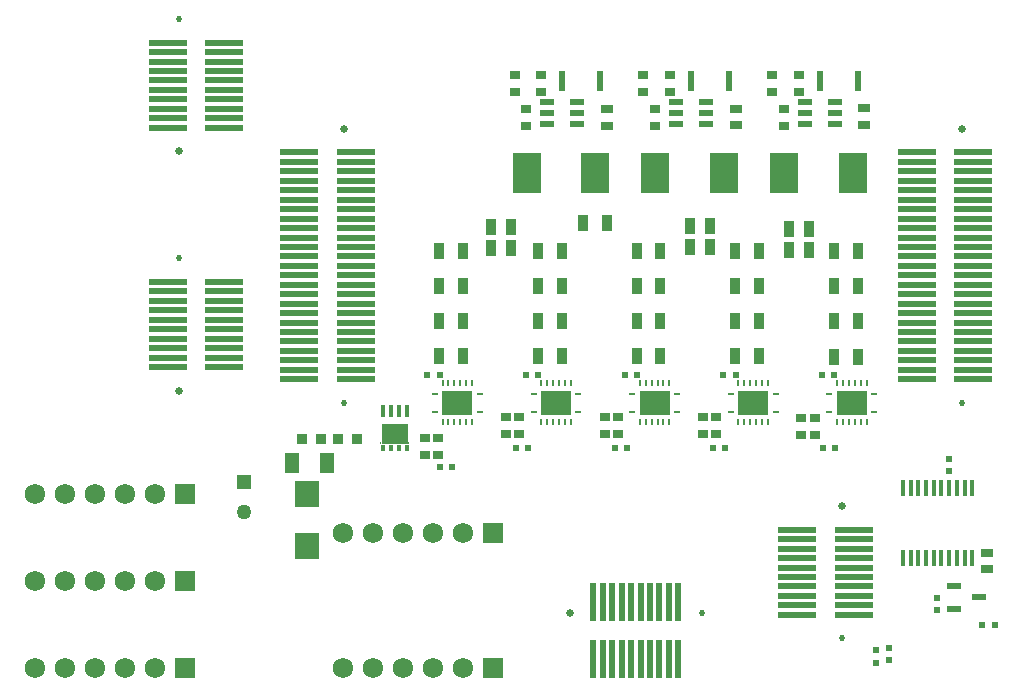
<source format=gbr>
%TF.GenerationSoftware,KiCad,Pcbnew,7.0.2*%
%TF.CreationDate,2023-06-06T11:51:25+03:00*%
%TF.ProjectId,MB_V1,4d425f56-312e-46b6-9963-61645f706362,rev?*%
%TF.SameCoordinates,Original*%
%TF.FileFunction,Soldermask,Top*%
%TF.FilePolarity,Negative*%
%FSLAX46Y46*%
G04 Gerber Fmt 4.6, Leading zero omitted, Abs format (unit mm)*
G04 Created by KiCad (PCBNEW 7.0.2) date 2023-06-06 11:51:25*
%MOMM*%
%LPD*%
G01*
G04 APERTURE LIST*
%ADD10R,0.475000X0.500000*%
%ADD11R,0.500000X0.475000*%
%ADD12R,1.300000X0.600000*%
%ADD13R,0.980000X0.780000*%
%ADD14R,0.950000X1.450000*%
%ADD15R,0.620000X1.820000*%
%ADD16C,1.725000*%
%ADD17R,1.725000X1.725000*%
%ADD18R,1.170000X1.800000*%
%ADD19R,2.150000X2.200000*%
%ADD20R,0.900000X0.650000*%
%ADD21R,0.970000X1.470000*%
%ADD22R,0.600000X0.240000*%
%ADD23R,0.240000X0.600000*%
%ADD24R,2.550000X2.050000*%
%ADD25R,3.300000X0.500000*%
%ADD26C,0.525000*%
%ADD27C,0.675000*%
%ADD28R,1.275000X1.275000*%
%ADD29C,1.275000*%
%ADD30R,0.500000X3.300000*%
%ADD31R,2.400000X3.400000*%
%ADD32R,1.250000X0.600000*%
%ADD33R,0.405000X0.990000*%
%ADD34R,0.405000X0.510000*%
%ADD35R,2.235000X1.725000*%
%ADD36R,0.077000X0.250000*%
%ADD37R,0.450000X1.475000*%
%ADD38R,0.900000X0.950000*%
G04 APERTURE END LIST*
D10*
%TO.C,R57*%
X149822000Y-141980000D03*
X148798000Y-141980000D03*
%TD*%
%TO.C,R56*%
X140562000Y-141990000D03*
X139538000Y-141990000D03*
%TD*%
%TO.C,R55*%
X132242000Y-141990000D03*
X131218000Y-141990000D03*
%TD*%
%TO.C,R54*%
X123892000Y-142010000D03*
X122868000Y-142010000D03*
%TD*%
%TO.C,R53*%
X117392000Y-143600000D03*
X116368000Y-143600000D03*
%TD*%
D11*
%TO.C,R52*%
X154410000Y-159922000D03*
X154410000Y-158898000D03*
%TD*%
%TO.C,R51*%
X153310000Y-160132000D03*
X153310000Y-159108000D03*
%TD*%
D10*
%TO.C,R50*%
X163362000Y-156940000D03*
X162338000Y-156940000D03*
%TD*%
D11*
%TO.C,R49*%
X158490000Y-154698000D03*
X158490000Y-155722000D03*
%TD*%
D12*
%TO.C,Q2*%
X162040000Y-154620000D03*
X159940000Y-155570000D03*
X159940000Y-153670000D03*
%TD*%
D13*
%TO.C,C13*%
X162740000Y-150850000D03*
X162740000Y-152250000D03*
%TD*%
D14*
%TO.C,R48*%
X128540000Y-122950000D03*
X130540000Y-122950000D03*
%TD*%
D15*
%TO.C,C5*%
X137670436Y-110900000D03*
X140870436Y-110900000D03*
%TD*%
D16*
%TO.C,J6*%
X82076000Y-160578000D03*
X84616000Y-160578000D03*
X87156000Y-160578000D03*
X89696000Y-160578000D03*
X92236000Y-160578000D03*
D17*
X94776000Y-160578000D03*
%TD*%
D18*
%TO.C,F1*%
X103900000Y-143200000D03*
X106840000Y-143200000D03*
%TD*%
D14*
%TO.C,R30*%
X149760000Y-125283334D03*
X151760000Y-125283334D03*
%TD*%
%TO.C,R15*%
X141410000Y-128246666D03*
X143410000Y-128246666D03*
%TD*%
%TO.C,R13*%
X141410000Y-131203332D03*
X143410000Y-131203332D03*
%TD*%
D19*
%TO.C,D1*%
X105110000Y-150260000D03*
X105110000Y-145860000D03*
%TD*%
D20*
%TO.C,R24*%
X144540872Y-110395000D03*
X144540872Y-111845000D03*
%TD*%
%TO.C,R22*%
X134600436Y-114717500D03*
X134600436Y-113267500D03*
%TD*%
D10*
%TO.C,R46*%
X140408000Y-135830000D03*
X141432000Y-135830000D03*
%TD*%
D14*
%TO.C,R21*%
X116360000Y-134160000D03*
X118360000Y-134160000D03*
%TD*%
D21*
%TO.C,C11*%
X147610000Y-125220000D03*
X145950000Y-125220000D03*
%TD*%
D10*
%TO.C,R44*%
X123708000Y-135830000D03*
X124732000Y-135830000D03*
%TD*%
D22*
%TO.C,IC4*%
X141028750Y-138880000D03*
D23*
X141678750Y-139780000D03*
X142178750Y-139780000D03*
X142678750Y-139780000D03*
X143178750Y-139780000D03*
X143678750Y-139780000D03*
X144178750Y-139780000D03*
D22*
X144828750Y-138880000D03*
X144828750Y-137380000D03*
D23*
X144178750Y-136480000D03*
X143678750Y-136480000D03*
X143178750Y-136480000D03*
X142678750Y-136480000D03*
X142178750Y-136480000D03*
X141678750Y-136480000D03*
D22*
X141028750Y-137380000D03*
D24*
X142928750Y-138130000D03*
%TD*%
D14*
%TO.C,R4*%
X124710000Y-134170000D03*
X126710000Y-134170000D03*
%TD*%
D25*
%TO.C,H1*%
X161560000Y-116950000D03*
X161560000Y-117750000D03*
X161560000Y-118550000D03*
X161560000Y-119350000D03*
X161560000Y-120150000D03*
X161560000Y-120950000D03*
X161560000Y-121750000D03*
X161560000Y-122550000D03*
X161560000Y-123350000D03*
X161560000Y-124150000D03*
X161560000Y-124950000D03*
X161560000Y-125750000D03*
X161560000Y-126550000D03*
X161560000Y-127350000D03*
X161560000Y-128150000D03*
X161560000Y-128950000D03*
X161560000Y-129750000D03*
X161560000Y-130550000D03*
X161560000Y-131350000D03*
X161560000Y-132150000D03*
X161560000Y-132950000D03*
X161560000Y-133750000D03*
X161560000Y-134550000D03*
X161560000Y-135350000D03*
X161560000Y-136150000D03*
X156760000Y-116950000D03*
X156760000Y-117750000D03*
X156760000Y-118550000D03*
X156760000Y-119350000D03*
X156760000Y-120150000D03*
X156760000Y-120950000D03*
X156760000Y-121750000D03*
X156760000Y-122550000D03*
X156760000Y-123350000D03*
X156760000Y-124150000D03*
X156760000Y-124950000D03*
X156760000Y-125750000D03*
X156760000Y-126550000D03*
X156760000Y-127350000D03*
X156760000Y-128150000D03*
X156760000Y-128950000D03*
X156760000Y-129750000D03*
X156760000Y-130550000D03*
X156760000Y-131350000D03*
X156760000Y-132150000D03*
X156760000Y-132950000D03*
X156760000Y-133750000D03*
X156760000Y-134550000D03*
X156760000Y-135350000D03*
X156760000Y-136150000D03*
X109270000Y-136150000D03*
X109270000Y-135350000D03*
X109270000Y-134550000D03*
X109270000Y-133750000D03*
X109270000Y-132950000D03*
X109270000Y-132150000D03*
X109270000Y-131350000D03*
X109270000Y-130550000D03*
X109270000Y-129750000D03*
X109270000Y-128950000D03*
X109270000Y-128150000D03*
X109270000Y-127350000D03*
X109270000Y-126550000D03*
X109270000Y-125750000D03*
X109270000Y-124950000D03*
X109270000Y-124150000D03*
X109270000Y-123350000D03*
X109270000Y-122550000D03*
X109270000Y-121750000D03*
X109270000Y-120950000D03*
X109270000Y-120150000D03*
X109270000Y-119350000D03*
X109270000Y-118550000D03*
X109270000Y-117750000D03*
X109270000Y-116950000D03*
X104470000Y-136150000D03*
X104470000Y-135350000D03*
X104470000Y-134550000D03*
X104470000Y-133750000D03*
X104470000Y-132950000D03*
X104470000Y-132150000D03*
X104470000Y-131350000D03*
X104470000Y-130550000D03*
X104470000Y-129750000D03*
X104470000Y-128950000D03*
X104470000Y-128150000D03*
X104470000Y-127350000D03*
X104470000Y-126550000D03*
X104470000Y-125750000D03*
X104470000Y-124950000D03*
X104470000Y-124150000D03*
X104470000Y-123350000D03*
X104470000Y-122550000D03*
X104470000Y-121750000D03*
X104470000Y-120950000D03*
X104470000Y-120150000D03*
X104470000Y-119350000D03*
X104470000Y-118550000D03*
X104470000Y-117750000D03*
X104470000Y-116950000D03*
D26*
X108320000Y-138150000D03*
X160610000Y-138150000D03*
D27*
X108320000Y-114950000D03*
X160610000Y-114950000D03*
%TD*%
D28*
%TO.C,J5*%
X99830000Y-144840000D03*
D29*
X99830000Y-147380000D03*
%TD*%
D14*
%TO.C,R10*%
X133060000Y-125290000D03*
X135060000Y-125290000D03*
%TD*%
%TO.C,R29*%
X149760000Y-131250000D03*
X151760000Y-131250000D03*
%TD*%
D10*
%TO.C,R45*%
X132058000Y-135830000D03*
X133082000Y-135830000D03*
%TD*%
D20*
%TO.C,R20*%
X133630436Y-110375000D03*
X133630436Y-111825000D03*
%TD*%
D14*
%TO.C,R7*%
X124710000Y-128250000D03*
X126710000Y-128250000D03*
%TD*%
D20*
%TO.C,R41*%
X147010000Y-140855000D03*
X147010000Y-139405000D03*
%TD*%
D30*
%TO.C,H3*%
X129385000Y-155030000D03*
X130185000Y-155030000D03*
X130985000Y-155030000D03*
X131785000Y-155030000D03*
X132585000Y-155030000D03*
X133385000Y-155030000D03*
X134185000Y-155030000D03*
X134985000Y-155030000D03*
X135785000Y-155030000D03*
X136585000Y-155030000D03*
X136585000Y-159830000D03*
X135785000Y-159830000D03*
X134985000Y-159830000D03*
X134185000Y-159830000D03*
X133385000Y-159830000D03*
X132585000Y-159830000D03*
X131785000Y-159830000D03*
X130985000Y-159830000D03*
X130185000Y-159830000D03*
X129385000Y-159830000D03*
D26*
X138585000Y-155980000D03*
D27*
X127385000Y-155980000D03*
%TD*%
D20*
%TO.C,R16*%
X122720000Y-110365000D03*
X122720000Y-111815000D03*
%TD*%
D13*
%TO.C,C10*%
X152340872Y-113220000D03*
X152340872Y-114620000D03*
%TD*%
D31*
%TO.C,L2*%
X140450436Y-118680000D03*
X134650436Y-118680000D03*
%TD*%
D20*
%TO.C,R36*%
X123090000Y-139345000D03*
X123090000Y-140795000D03*
%TD*%
D14*
%TO.C,R9*%
X133060000Y-131203332D03*
X135060000Y-131203332D03*
%TD*%
%TO.C,R28*%
X149760000Y-134233334D03*
X151760000Y-134233334D03*
%TD*%
D10*
%TO.C,R47*%
X148758000Y-135830000D03*
X149782000Y-135830000D03*
%TD*%
D17*
%TO.C,J1*%
X120936000Y-149140000D03*
D16*
X118396000Y-149140000D03*
X115856000Y-149140000D03*
X113316000Y-149140000D03*
X110776000Y-149140000D03*
X108236000Y-149140000D03*
%TD*%
D32*
%TO.C,PS3*%
X149850872Y-114550000D03*
X149850872Y-113600000D03*
X149850872Y-112650000D03*
X147350872Y-112650000D03*
X147350872Y-113600000D03*
X147350872Y-114550000D03*
%TD*%
D20*
%TO.C,R42*%
X148120000Y-139405000D03*
X148120000Y-140855000D03*
%TD*%
D21*
%TO.C,C8*%
X139250000Y-124970000D03*
X137590000Y-124970000D03*
%TD*%
D25*
%TO.C,H2*%
X93340000Y-135110000D03*
X93340000Y-134310000D03*
X93340000Y-133510000D03*
X93340000Y-132710000D03*
X93340000Y-131910000D03*
X93340000Y-131110000D03*
X93340000Y-130310000D03*
X93340000Y-129510000D03*
X93340000Y-128710000D03*
X93340000Y-127910000D03*
X98140000Y-127910000D03*
X98140000Y-128710000D03*
X98140000Y-129510000D03*
X98140000Y-130310000D03*
X98140000Y-131110000D03*
X98140000Y-131910000D03*
X98140000Y-132710000D03*
X98140000Y-133510000D03*
X98140000Y-134310000D03*
X98140000Y-135110000D03*
D26*
X94290000Y-125910000D03*
D27*
X94290000Y-137110000D03*
%TD*%
D21*
%TO.C,C7*%
X139250000Y-123190000D03*
X137590000Y-123190000D03*
%TD*%
D33*
%TO.C,Q1*%
X113580000Y-138835000D03*
X112920000Y-138835000D03*
X112260000Y-138835000D03*
X111600000Y-138835000D03*
D34*
X111600000Y-141945000D03*
X112260000Y-141945000D03*
X112920000Y-141945000D03*
X113580000Y-141945000D03*
D35*
X112590000Y-140827000D03*
D36*
X111434000Y-141565000D03*
X113746000Y-141565000D03*
%TD*%
D14*
%TO.C,R3*%
X116360000Y-128246666D03*
X118360000Y-128246666D03*
%TD*%
D25*
%TO.C,H5*%
X93340000Y-114850000D03*
X93340000Y-114050000D03*
X93340000Y-113250000D03*
X93340000Y-112450000D03*
X93340000Y-111650000D03*
X93340000Y-110850000D03*
X93340000Y-110050000D03*
X93340000Y-109250000D03*
X93340000Y-108450000D03*
X93340000Y-107650000D03*
X98140000Y-107650000D03*
X98140000Y-108450000D03*
X98140000Y-109250000D03*
X98140000Y-110050000D03*
X98140000Y-110850000D03*
X98140000Y-111650000D03*
X98140000Y-112450000D03*
X98140000Y-113250000D03*
X98140000Y-114050000D03*
X98140000Y-114850000D03*
D26*
X94290000Y-105650000D03*
D27*
X94290000Y-116850000D03*
%TD*%
D20*
%TO.C,R23*%
X146770872Y-110395000D03*
X146770872Y-111845000D03*
%TD*%
D32*
%TO.C,PS1*%
X127990000Y-114570000D03*
X127990000Y-113620000D03*
X127990000Y-112670000D03*
X125490000Y-112670000D03*
X125490000Y-113620000D03*
X125490000Y-114570000D03*
%TD*%
D22*
%TO.C,IC3*%
X132677500Y-138880000D03*
D23*
X133327500Y-139780000D03*
X133827500Y-139780000D03*
X134327500Y-139780000D03*
X134827500Y-139780000D03*
X135327500Y-139780000D03*
X135827500Y-139780000D03*
D22*
X136477500Y-138880000D03*
X136477500Y-137380000D03*
D23*
X135827500Y-136480000D03*
X135327500Y-136480000D03*
X134827500Y-136480000D03*
X134327500Y-136480000D03*
X133827500Y-136480000D03*
X133327500Y-136480000D03*
D22*
X132677500Y-137380000D03*
D24*
X134577500Y-138130000D03*
%TD*%
D14*
%TO.C,R12*%
X141410000Y-134160000D03*
X143410000Y-134160000D03*
%TD*%
D21*
%TO.C,C2*%
X122420000Y-125030000D03*
X120760000Y-125030000D03*
%TD*%
D13*
%TO.C,C4*%
X130520000Y-113280000D03*
X130520000Y-114680000D03*
%TD*%
D21*
%TO.C,C12*%
X147610000Y-123440000D03*
X145950000Y-123440000D03*
%TD*%
D22*
%TO.C,IC2*%
X124326250Y-138880000D03*
D23*
X124976250Y-139780000D03*
X125476250Y-139780000D03*
X125976250Y-139780000D03*
X126476250Y-139780000D03*
X126976250Y-139780000D03*
X127476250Y-139780000D03*
D22*
X128126250Y-138880000D03*
X128126250Y-137380000D03*
D23*
X127476250Y-136480000D03*
X126976250Y-136480000D03*
X126476250Y-136480000D03*
X125976250Y-136480000D03*
X125476250Y-136480000D03*
X124976250Y-136480000D03*
D22*
X124326250Y-137380000D03*
D24*
X126226250Y-138130000D03*
%TD*%
D17*
%TO.C,J2*%
X94776000Y-145858000D03*
D16*
X92236000Y-145858000D03*
X89696000Y-145858000D03*
X87156000Y-145858000D03*
X84616000Y-145858000D03*
X82076000Y-145858000D03*
%TD*%
D20*
%TO.C,R38*%
X131450000Y-139335000D03*
X131450000Y-140785000D03*
%TD*%
D25*
%TO.C,H4*%
X151430000Y-148890000D03*
X151430000Y-149690000D03*
X151430000Y-150490000D03*
X151430000Y-151290000D03*
X151430000Y-152090000D03*
X151430000Y-152890000D03*
X151430000Y-153690000D03*
X151430000Y-154490000D03*
X151430000Y-155290000D03*
X151430000Y-156090000D03*
X146630000Y-156090000D03*
X146630000Y-155290000D03*
X146630000Y-154490000D03*
X146630000Y-153690000D03*
X146630000Y-152890000D03*
X146630000Y-152090000D03*
X146630000Y-151290000D03*
X146630000Y-150490000D03*
X146630000Y-149690000D03*
X146630000Y-148890000D03*
D26*
X150480000Y-158090000D03*
D27*
X150480000Y-146890000D03*
%TD*%
D14*
%TO.C,R14*%
X141410000Y-125290000D03*
X143410000Y-125290000D03*
%TD*%
D37*
%TO.C,IC7*%
X161465000Y-145372000D03*
X160815000Y-145372000D03*
X160165000Y-145372000D03*
X159515000Y-145372000D03*
X158865000Y-145372000D03*
X158215000Y-145372000D03*
X157565000Y-145372000D03*
X156915000Y-145372000D03*
X156265000Y-145372000D03*
X155615000Y-145372000D03*
X155615000Y-151248000D03*
X156265000Y-151248000D03*
X156915000Y-151248000D03*
X157565000Y-151248000D03*
X158215000Y-151248000D03*
X158865000Y-151248000D03*
X159515000Y-151248000D03*
X160165000Y-151248000D03*
X160815000Y-151248000D03*
X161465000Y-151248000D03*
%TD*%
D13*
%TO.C,C6*%
X141430436Y-113250000D03*
X141430436Y-114650000D03*
%TD*%
D21*
%TO.C,C1*%
X122420000Y-123240000D03*
X120760000Y-123240000D03*
%TD*%
D20*
%TO.C,R40*%
X139770000Y-139345000D03*
X139770000Y-140795000D03*
%TD*%
%TO.C,R18*%
X124960000Y-110375000D03*
X124960000Y-111825000D03*
%TD*%
D15*
%TO.C,C3*%
X126740000Y-110910000D03*
X129940000Y-110910000D03*
%TD*%
D14*
%TO.C,R5*%
X124710000Y-131210000D03*
X126710000Y-131210000D03*
%TD*%
D38*
%TO.C,R26*%
X107750000Y-141230000D03*
X109350000Y-141230000D03*
%TD*%
D20*
%TO.C,R35*%
X121980000Y-140795000D03*
X121980000Y-139345000D03*
%TD*%
D14*
%TO.C,R8*%
X133060000Y-134160000D03*
X135060000Y-134160000D03*
%TD*%
D11*
%TO.C,R32*%
X159520000Y-143952000D03*
X159520000Y-142928000D03*
%TD*%
D14*
%TO.C,R11*%
X133060000Y-128246666D03*
X135060000Y-128246666D03*
%TD*%
%TO.C,R2*%
X116360000Y-125290000D03*
X118360000Y-125290000D03*
%TD*%
%TO.C,R1*%
X116360000Y-131203332D03*
X118360000Y-131203332D03*
%TD*%
D10*
%TO.C,R43*%
X115348000Y-135830000D03*
X116372000Y-135830000D03*
%TD*%
D20*
%TO.C,R37*%
X130350000Y-140785000D03*
X130350000Y-139335000D03*
%TD*%
D15*
%TO.C,C9*%
X148610872Y-110910000D03*
X151810872Y-110910000D03*
%TD*%
D31*
%TO.C,L3*%
X151360872Y-118680000D03*
X145560872Y-118680000D03*
%TD*%
D17*
%TO.C,J3*%
X94776000Y-153248000D03*
D16*
X92236000Y-153248000D03*
X89696000Y-153248000D03*
X87156000Y-153248000D03*
X84616000Y-153248000D03*
X82076000Y-153248000D03*
%TD*%
D32*
%TO.C,PS2*%
X138900436Y-114550000D03*
X138900436Y-113600000D03*
X138900436Y-112650000D03*
X136400436Y-112650000D03*
X136400436Y-113600000D03*
X136400436Y-114550000D03*
%TD*%
D20*
%TO.C,R17*%
X123690000Y-114745000D03*
X123690000Y-113295000D03*
%TD*%
D31*
%TO.C,L1*%
X129540000Y-118710000D03*
X123740000Y-118710000D03*
%TD*%
D20*
%TO.C,R33*%
X116240000Y-141125000D03*
X116240000Y-142575000D03*
%TD*%
D22*
%TO.C,IC1*%
X115975000Y-138880000D03*
D23*
X116625000Y-139780000D03*
X117125000Y-139780000D03*
X117625000Y-139780000D03*
X118125000Y-139780000D03*
X118625000Y-139780000D03*
X119125000Y-139780000D03*
D22*
X119775000Y-138880000D03*
X119775000Y-137380000D03*
D23*
X119125000Y-136480000D03*
X118625000Y-136480000D03*
X118125000Y-136480000D03*
X117625000Y-136480000D03*
X117125000Y-136480000D03*
X116625000Y-136480000D03*
D22*
X115975000Y-137380000D03*
D24*
X117875000Y-138130000D03*
%TD*%
D20*
%TO.C,R39*%
X138660000Y-140795000D03*
X138660000Y-139345000D03*
%TD*%
D38*
%TO.C,R27*%
X104750000Y-141230000D03*
X106350000Y-141230000D03*
%TD*%
D20*
%TO.C,R19*%
X135870436Y-110355000D03*
X135870436Y-111805000D03*
%TD*%
D14*
%TO.C,R6*%
X124710000Y-125290000D03*
X126710000Y-125290000D03*
%TD*%
%TO.C,R31*%
X149760000Y-128266667D03*
X151760000Y-128266667D03*
%TD*%
D22*
%TO.C,IC5*%
X149380000Y-138880000D03*
D23*
X150030000Y-139780000D03*
X150530000Y-139780000D03*
X151030000Y-139780000D03*
X151530000Y-139780000D03*
X152030000Y-139780000D03*
X152530000Y-139780000D03*
D22*
X153180000Y-138880000D03*
X153180000Y-137380000D03*
D23*
X152530000Y-136480000D03*
X152030000Y-136480000D03*
X151530000Y-136480000D03*
X151030000Y-136480000D03*
X150530000Y-136480000D03*
X150030000Y-136480000D03*
D22*
X149380000Y-137380000D03*
D24*
X151280000Y-138130000D03*
%TD*%
D20*
%TO.C,R34*%
X115130000Y-142575000D03*
X115130000Y-141125000D03*
%TD*%
%TO.C,R25*%
X145510872Y-114737500D03*
X145510872Y-113287500D03*
%TD*%
D16*
%TO.C,J4*%
X108236000Y-160578000D03*
X110776000Y-160578000D03*
X113316000Y-160578000D03*
X115856000Y-160578000D03*
X118396000Y-160578000D03*
D17*
X120936000Y-160578000D03*
%TD*%
M02*

</source>
